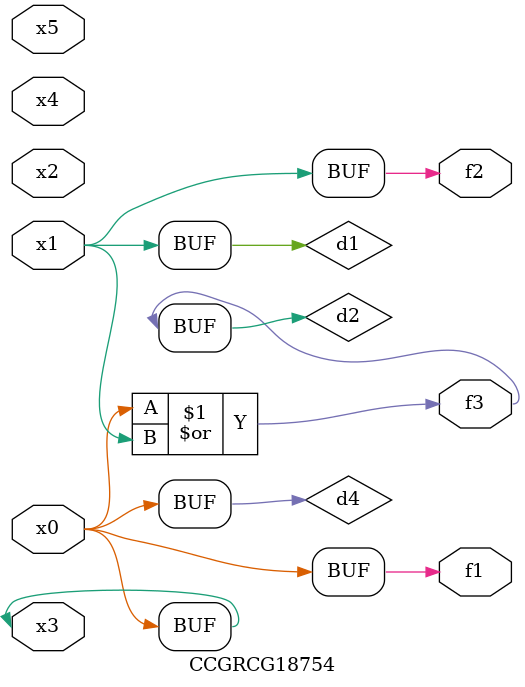
<source format=v>
module CCGRCG18754(
	input x0, x1, x2, x3, x4, x5,
	output f1, f2, f3
);

	wire d1, d2, d3, d4;

	and (d1, x1);
	or (d2, x0, x1);
	nand (d3, x0, x5);
	buf (d4, x0, x3);
	assign f1 = d4;
	assign f2 = d1;
	assign f3 = d2;
endmodule

</source>
